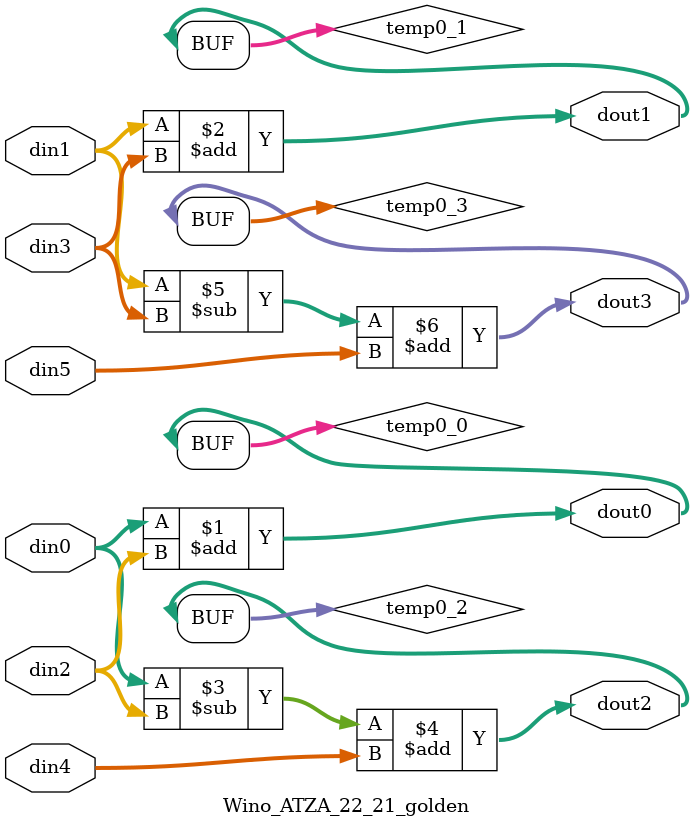
<source format=v>

module Wino_ATZA_22_21_golden#(
    parameter data_width = 20
)(
    // din = 3 * 2
    input [data_width - 1:0] din0, din1, din2, din3, din4, din5,
    // dout = AT * dout * A
    output [data_width - 1:0] dout0, dout1, dout2, dout3
);

    // temp0 = AT * din
    wire [data_width - 1:0] temp0_0, temp0_1, temp0_2, temp0_3;

    assign temp0_0 = din0 + din2;
    assign temp0_1 = din1 + din3;
    assign temp0_2 = din0 - din2 + din4;
    assign temp0_3 = din1 - din3 + din5;

    // dout = temp0 * A
    assign dout0 = temp0_0;
    assign dout1 = temp0_1;
    assign dout2 = temp0_2;
    assign dout3 = temp0_3;

endmodule

</source>
